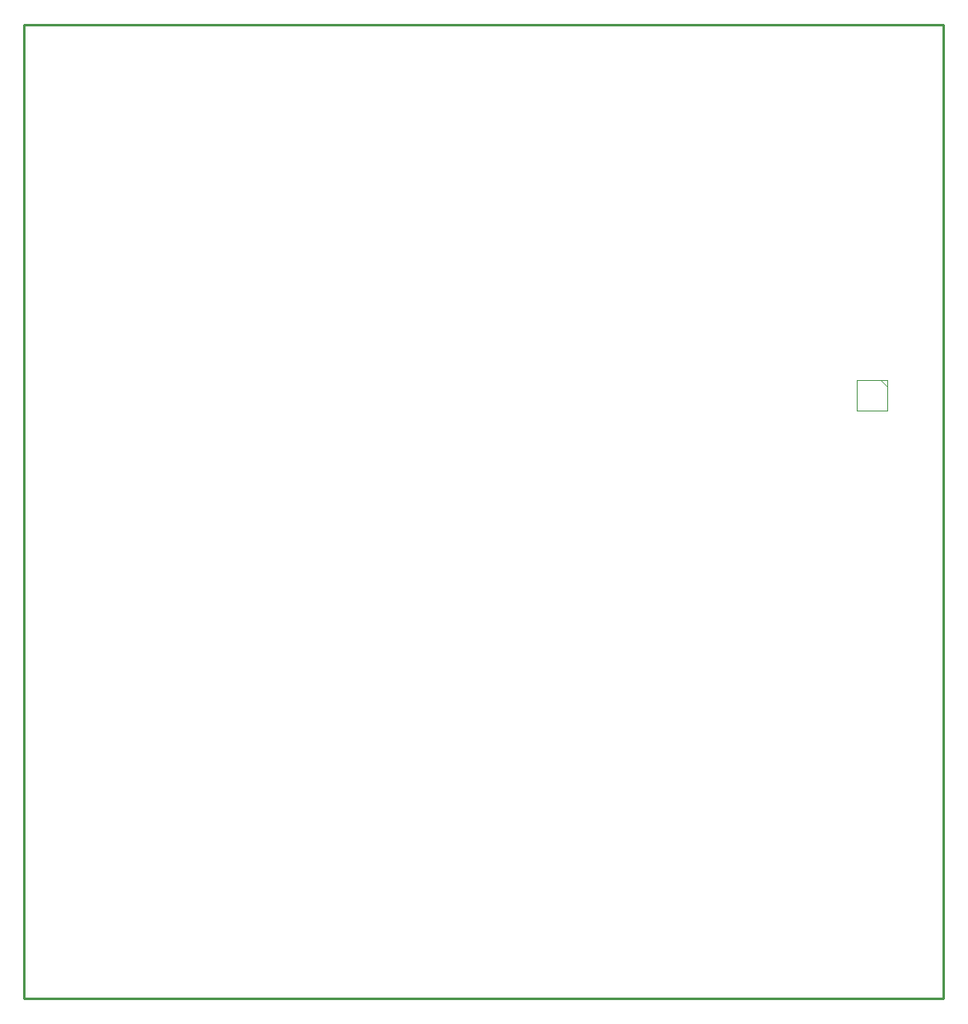
<source format=gm1>
G04*
G04 #@! TF.GenerationSoftware,Altium Limited,Altium Designer,19.1.7 (138)*
G04*
G04 Layer_Color=16711935*
%FSLAX25Y25*%
%MOIN*%
G70*
G01*
G75*
%ADD13C,0.01000*%
%ADD14C,0.00400*%
D13*
X329000Y103500D02*
X335000D01*
X329000D02*
Y497000D01*
X701000D01*
Y103500D02*
Y497000D01*
X335000Y103500D02*
X701000D01*
D14*
X665933Y353374D02*
X678138D01*
Y341169D02*
Y353374D01*
X665933Y341169D02*
X678138D01*
X665933D02*
Y353374D01*
X675433D02*
X675638D01*
X678138Y350874D01*
M02*

</source>
